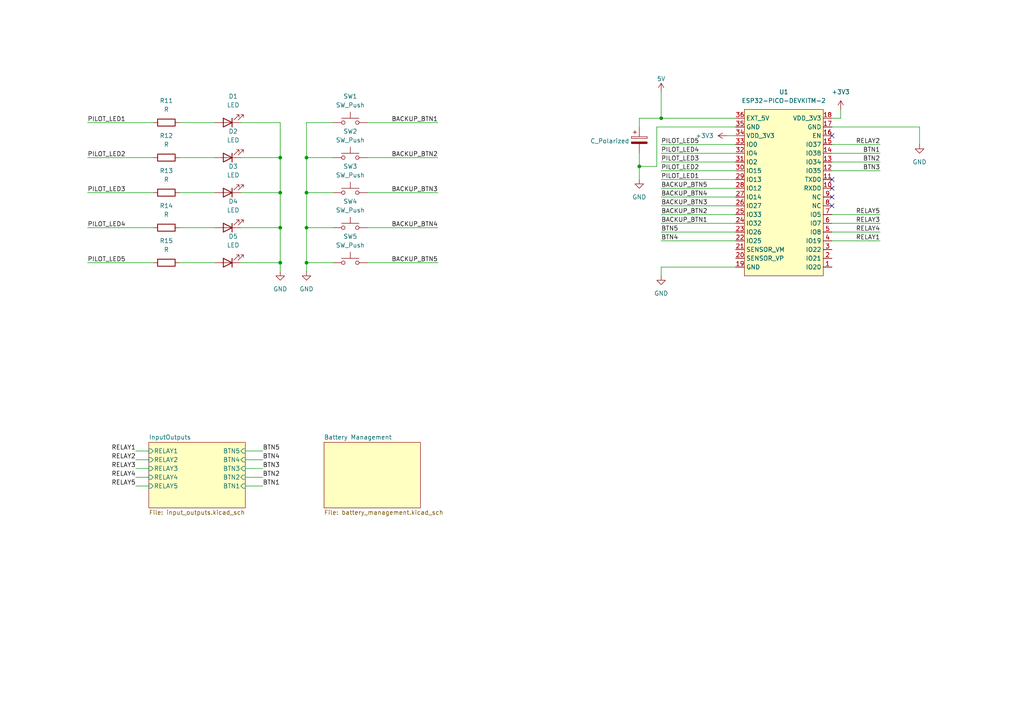
<source format=kicad_sch>
(kicad_sch (version 20250114) (generator "eeschema") (generator_version "9.0")
  (paper "A4")
  (title_block (title "AT-HUB-Recharged") (rev "Rev.2"))
  (lib_symbols
    (symbol "AT_HUB_R2:ESP32-PICO-DEVKITM-2"
      (property "Reference" "U" (at 0 16.002 0))
      (property "Value" "ESP32-PICO-DEVKITM-2" (at 0 12.192 0))
      (symbol "ESP32-PICO-DEVKITM-2_1_1"
        (rectangle (start -11.43 10.16) (end 11.43 -38.1) (fill (type background)))
        (pin input line (at -13.97 7.62 0) (length 2.54) (name "IO20") (number "1"))
        (pin input line (at -13.97 5.08 0) (length 2.54) (name "IO21") (number "2"))
        (pin input line (at -13.97 2.54 0) (length 2.54) (name "IO22") (number "3"))
        (pin input line (at -13.97 0 0) (length 2.54) (name "IO19") (number "4"))
        (pin input line (at -13.97 -2.54 0) (length 2.54) (name "IO8") (number "5"))
        (pin input line (at -13.97 -5.08 0) (length 2.54) (name "IO7") (number "6"))
        (pin input line (at -13.97 -7.62 0) (length 2.54) (name "IO5") (number "7"))
        (pin input line (at -13.97 -10.16 0) (length 2.54) (name "NC") (number "8"))
        (pin input line (at -13.97 -12.7 0) (length 2.54) (name "NC") (number "9"))
        (pin input line (at -13.97 -15.24 0) (length 2.54) (name "RXD0") (number "10"))
        (pin input line (at -13.97 -17.78 0) (length 2.54) (name "TXD0") (number "11"))
        (pin input line (at -13.97 -20.32 0) (length 2.54) (name "IO35") (number "12"))
        (pin input line (at -13.97 -22.86 0) (length 2.54) (name "IO34") (number "13"))
        (pin input line (at -13.97 -25.4 0) (length 2.54) (name "IO38") (number "14"))
        (pin input line (at -13.97 -27.94 0) (length 2.54) (name "IO37") (number "15"))
        (pin input line (at -13.97 -30.48 0) (length 2.54) (name "EN") (number "16"))
        (pin input line (at -13.97 -33.02 0) (length 2.54) (name "GND") (number "17"))
        (pin input line (at -13.97 -35.56 0) (length 2.54) (name "VDD_3V3") (number "18"))
        (pin input line (at 13.97 7.62 180) (length 2.54) (name "GND") (number "19"))
        (pin input line (at 13.97 5.08 180) (length 2.54) (name "SENSOR_VP") (number "20"))
        (pin input line (at 13.97 2.54 180) (length 2.54) (name "SENSOR_VM") (number "21"))
        (pin input line (at 13.97 0 180) (length 2.54) (name "IO25") (number "22"))
        (pin input line (at 13.97 -2.54 180) (length 2.54) (name "IO26") (number "23"))
        (pin input line (at 13.97 -5.08 180) (length 2.54) (name "IO32") (number "24"))
        (pin input line (at 13.97 -7.62 180) (length 2.54) (name "IO33") (number "25"))
        (pin input line (at 13.97 -10.16 180) (length 2.54) (name "IO27") (number "26"))
        (pin input line (at 13.97 -12.7 180) (length 2.54) (name "IO14") (number "27"))
        (pin input line (at 13.97 -15.24 180) (length 2.54) (name "IO12") (number "28"))
        (pin input line (at 13.97 -17.78 180) (length 2.54) (name "IO13") (number "29"))
        (pin input line (at 13.97 -20.32 180) (length 2.54) (name "IO15") (number "30"))
        (pin input line (at 13.97 -22.86 180) (length 2.54) (name "IO2") (number "31"))
        (pin input line (at 13.97 -25.4 180) (length 2.54) (name "IO4") (number "32"))
        (pin input line (at 13.97 -27.94 180) (length 2.54) (name "IO0") (number "33"))
        (pin input line (at 13.97 -30.48 180) (length 2.54) (name "VDD_3V3") (number "34"))
        (pin input line (at 13.97 -33.02 180) (length 2.54) (name "GND") (number "35"))
        (pin input line (at 13.97 -35.56 180) (length 2.54) (name "EXT_5V") (number "36"))
      )
    )
    (symbol "AT_HUB_RECHARGED-altium-import:root_0_SSW-118-01-X-S_SSW-118-01-X-S.IntLib"
      (symbol "root_0_SSW-118-01-X-S_SSW-118-01-X-S.IntLib_1_0"
        (rectangle (start 5.08 22.86) (end -5.08 -25.4) (stroke (width 0) (color 128 0 0 1)) (fill (type background)))
        (pin passive line (at -10.16 20.32 0) (length 5.08) (name "GND") (number "GND"))
        (pin passive line (at -10.16 17.78 0) (length 5.08) (name "36") (number "36"))
        (pin passive line (at -10.16 15.24 0) (length 5.08) (name "39") (number "39"))
        (pin passive line (at -10.16 12.7 0) (length 5.08) (name "25") (number "25"))
        (pin passive line (at -10.16 10.16 0) (length 5.08) (name "26") (number "26"))
        (pin passive line (at -10.16 7.62 0) (length 5.08) (name "32") (number "32"))
        (pin passive line (at -10.16 5.08 0) (length 5.08) (name "33") (number "33"))
        (pin passive line (at -10.16 2.54 0) (length 5.08) (name "27") (number "27"))
        (pin passive line (at -10.16 0 0) (length 5.08) (name "14") (number "14"))
        (pin passive line (at -10.16 -2.54 0) (length 5.08) (name "12") (number "12"))
        (pin passive line (at -10.16 -5.08 0) (length 5.08) (name "13") (number "13"))
        (pin passive line (at -10.16 -7.62 0) (length 5.08) (name "15") (number "15"))
        (pin passive line (at -10.16 -10.16 0) (length 5.08) (name "2") (number "2"))
        (pin passive line (at -10.16 -12.7 0) (length 5.08) (name "4") (number "4"))
        (pin passive line (at -10.16 -15.24 0) (length 5.08) (name "0") (number "0"))
        (pin passive line (at -10.16 -17.78 0) (length 5.08) (name "3V+") (number "3V+"))
        (pin passive line (at -10.16 -20.32 0) (length 5.08) (name "GND") (number "GND"))
        (pin passive line (at -10.16 -22.86 0) (length 5.08) (name "VIN") (number "VIN"))
      )
    )
    (symbol "AT_HUB_RECHARGED-altium-import:root_0_mirrored_SSW-118-01-X-S_SSW-118-01-X-S.IntLib"
      (symbol "root_0_mirrored_SSW-118-01-X-S_SSW-118-01-X-S.IntLib_1_0"
        (rectangle (start 5.08 22.86) (end -5.08 -25.4) (stroke (width 0) (color 128 0 0 1)) (fill (type background)))
        (pin passive line (at 10.16 20.32 180) (length 5.08) (name "20") (number "20"))
        (pin passive line (at 10.16 17.78 180) (length 5.08) (name "21") (number "21"))
        (pin passive line (at 10.16 15.24 180) (length 5.08) (name "22") (number "22"))
        (pin passive line (at 10.16 12.7 180) (length 5.08) (name "19") (number "19"))
        (pin passive line (at 10.16 10.16 180) (length 5.08) (name "8") (number "8"))
        (pin passive line (at 10.16 7.62 180) (length 5.08) (name "7") (number "7"))
        (pin passive line (at 10.16 5.08 180) (length 5.08) (name "5") (number "5"))
        (pin passive line (at 10.16 2.54 180) (length 5.08) (name "NC") (number "NC"))
        (pin passive line (at 10.16 0 180) (length 5.08) (name "NC") (number "NC"))
        (pin passive line (at 10.16 -2.54 180) (length 5.08) (name "3") (number "3"))
        (pin passive line (at 10.16 -5.08 180) (length 5.08) (name "1") (number "1"))
        (pin passive line (at 10.16 -7.62 180) (length 5.08) (name "35") (number "35"))
        (pin passive line (at 10.16 -10.16 180) (length 5.08) (name "34") (number "34"))
        (pin passive line (at 10.16 -12.7 180) (length 5.08) (name "38") (number "38"))
        (pin passive line (at 10.16 -15.24 180) (length 5.08) (name "37") (number "37"))
        (pin passive line (at 10.16 -17.78 180) (length 5.08) (name "EN") (number "EN"))
        (pin passive line (at 10.16 -20.32 180) (length 5.08) (name "GND") (number "GND"))
        (pin passive line (at 10.16 -22.86 180) (length 5.08) (name "3V+") (number "3V+"))
      )
    )
    (symbol "Device:C_Polarized" (pin_numbers (hide yes)) (pin_names (offset 0.254))
      (property "Reference" "C" (at 0.635 2.54 0))
      (property "Value" "C_Polarized" (at 0.635 -2.54 0))
      (symbol "C_Polarized_0_1"
        (rectangle (start -2.286 0.508) (end 2.286 1.016))
        (polyline (pts (xy -1.778 2.286) (xy -0.762 2.286)))
        (polyline (pts (xy -1.27 2.794) (xy -1.27 1.778)))
        (rectangle (start 2.286 -0.508) (end -2.286 -1.016) (fill (type outline)))
      )
      (symbol "C_Polarized_1_1"
        (pin passive line (at 0 3.81 270) (length 2.794) (name "~") (number "1"))
        (pin passive line (at 0 -3.81 90) (length 2.794) (name "~") (number "2"))
      )
    )
    (symbol "Device:R" (pin_numbers (hide yes)) (pin_names (offset 0))
      (property "Reference" "R" (at 2.032 0 90))
      (property "Value" "R" (at 0 0 90))
      (symbol "R_0_1"
        (rectangle (start -1.016 -2.54) (end 1.016 2.54) (stroke (width 0.254)))
      )
      (symbol "R_1_1"
        (pin passive line (at 0 3.81 270) (length 1.27) (name "~") (number "1"))
        (pin passive line (at 0 -3.81 90) (length 1.27) (name "~") (number "2"))
      )
    )
    (symbol "SparkFun-LED:LED" (pin_numbers (hide yes)) (pin_names (offset 1.016) (hide yes))
      (property "Reference" "D" (at 0 2.54 0))
      (property "Value" "LED" (at 0 -2.54 0))
      (symbol "LED_0_1"
        (polyline (pts (xy -3.048 -0.762) (xy -4.572 -2.286) (xy -3.81 -2.286) (xy -4.572 -2.286) (xy -4.572 -1.524)))
        (polyline (pts (xy -1.778 -0.762) (xy -3.302 -2.286) (xy -2.54 -2.286) (xy -3.302 -2.286) (xy -3.302 -1.524)))
        (polyline (pts (xy -1.27 0) (xy 1.27 0)))
        (polyline (pts (xy -1.27 -1.27) (xy -1.27 1.27)) (stroke (width 0.254)))
        (polyline (pts (xy 1.27 -1.27) (xy 1.27 1.27) (xy -1.27 0) (xy 1.27 -1.27)) (stroke (width 0.254)))
      )
      (symbol "LED_1_1"
        (pin passive line (at -3.81 0 0) (length 2.54) (name "K") (number "1"))
        (pin passive line (at 3.81 0 180) (length 2.54) (name "A") (number "2"))
      )
    )
    (symbol "SparkFun-PowerSymbol:5V" (power) (pin_names (offset 0))
      (property "Value" "5V" (at 0 3.81 0))
      (symbol "5V_0_1"
        (polyline (pts (xy -0.762 1.27) (xy 0 2.54)))
        (polyline (pts (xy 0 2.54) (xy 0.762 1.27)))
        (polyline (pts (xy 0 0) (xy 0 2.54)))
      )
      (symbol "5V_1_1"
        (pin power_in line (at 0 0 90) (length 0) (hide yes) (name "5V") (number "1"))
      )
    )
    (symbol "Switch:SW_Push" (pin_numbers (hide yes)) (pin_names (offset 1.016) (hide yes))
      (property "Reference" "SW" (at 1.27 2.54 0))
      (property "Value" "SW_Push" (at 0 -1.524 0))
      (symbol "SW_Push_0_1"
        (circle (center -2.032 0) (radius 0.508))
        (polyline (pts (xy 0 1.27) (xy 0 3.048)))
        (circle (center 2.032 0) (radius 0.508))
        (polyline (pts (xy 2.54 1.27) (xy -2.54 1.27)))
        (pin passive line (at -5.08 0 0) (length 2.54) (name "1") (number "1"))
        (pin passive line (at 5.08 0 180) (length 2.54) (name "2") (number "2"))
      )
    )
    (symbol "power:+3V3" (power) (pin_numbers (hide yes)) (pin_names (offset 0) (hide yes))
      (property "Value" "+3V3" (at 0 3.556 0))
      (symbol "+3V3_0_1"
        (polyline (pts (xy -0.762 1.27) (xy 0 2.54)))
        (polyline (pts (xy 0 2.54) (xy 0.762 1.27)))
        (polyline (pts (xy 0 0) (xy 0 2.54)))
      )
      (symbol "+3V3_1_1"
        (pin power_in line (at 0 0 90) (length 0) (name "~") (number "1"))
      )
    )
    (symbol "power:GND" (power) (pin_numbers (hide yes)) (pin_names (offset 0) (hide yes))
      (property "Value" "GND" (at 0 -3.81 0))
      (symbol "GND_0_1"
        (polyline (pts (xy 0 0) (xy 0 -1.27) (xy 1.27 -1.27) (xy 0 -2.54) (xy -1.27 -1.27) (xy 0 -1.27)))
      )
      (symbol "GND_1_1"
        (pin power_in line (at 0 0 270) (length 0) (name "~") (number "1"))
      )
    )
  )
  (junction (at 88.9 55.88))
  (junction (at 88.9 45.72))
  (junction (at 81.28 76.2))
  (junction (at 81.28 66.04))
  (junction (at 81.28 55.88))
  (junction (at 191.77 34.29))
  (junction (at 81.28 45.72))
  (junction (at 88.9 66.04))
  (junction (at 185.42 48.26))
  (junction (at 88.9 76.2))
  (no_connect (at 241.3 54.61))
  (no_connect (at 241.3 39.37))
  (no_connect (at 241.3 59.69))
  (no_connect (at 241.3 57.15))
  (no_connect (at 241.3 52.07))
  (wire (pts (xy 213.36 64.77) (xy 191.77 64.77)))
  (wire (pts (xy 185.42 48.26) (xy 190.5 48.26)))
  (wire (pts (xy 255.27 46.99) (xy 241.3 46.99)))
  (wire (pts (xy 191.77 69.85) (xy 213.36 69.85)))
  (wire (pts (xy 191.77 34.29) (xy 213.36 34.29)))
  (wire (pts (xy 88.9 66.04) (xy 96.52 66.04)))
  (wire (pts (xy 255.27 69.85) (xy 241.3 69.85)))
  (wire (pts (xy 81.28 66.04) (xy 81.28 76.2)))
  (wire (pts (xy 69.85 35.56) (xy 81.28 35.56)))
  (wire (pts (xy 255.27 64.77) (xy 241.3 64.77)))
  (wire (pts (xy 52.07 76.2) (xy 62.23 76.2)))
  (wire (pts (xy 213.36 46.99) (xy 191.77 46.99)))
  (wire (pts (xy 243.84 34.29) (xy 241.3 34.29)))
  (wire (pts (xy 81.28 35.56) (xy 81.28 45.72)))
  (wire (pts (xy 255.27 62.23) (xy 241.3 62.23)))
  (wire (pts (xy 39.37 130.81) (xy 43.18 130.81)))
  (wire (pts (xy 185.42 44.45) (xy 185.42 48.26)))
  (wire (pts (xy 76.2 135.89) (xy 71.12 135.89)))
  (wire (pts (xy 81.28 76.2) (xy 81.28 78.74)))
  (wire (pts (xy 106.68 45.72) (xy 127 45.72)))
  (wire (pts (xy 213.36 67.31) (xy 191.77 67.31)))
  (wire (pts (xy 106.68 55.88) (xy 127 55.88)))
  (wire (pts (xy 213.36 52.07) (xy 191.77 52.07)))
  (wire (pts (xy 213.36 62.23) (xy 191.77 62.23)))
  (wire (pts (xy 255.27 41.91) (xy 241.3 41.91)))
  (wire (pts (xy 88.9 55.88) (xy 88.9 45.72)))
  (wire (pts (xy 266.7 41.91) (xy 266.7 36.83)))
  (wire (pts (xy 88.9 76.2) (xy 88.9 66.04)))
  (wire (pts (xy 191.77 54.61) (xy 213.36 54.61)))
  (wire (pts (xy 255.27 44.45) (xy 241.3 44.45)))
  (wire (pts (xy 88.9 55.88) (xy 96.52 55.88)))
  (wire (pts (xy 25.4 35.56) (xy 44.45 35.56)))
  (wire (pts (xy 213.36 41.91) (xy 191.77 41.91)))
  (wire (pts (xy 241.3 36.83) (xy 266.7 36.83)))
  (wire (pts (xy 210.82 39.37) (xy 213.36 39.37)))
  (wire (pts (xy 88.9 66.04) (xy 88.9 55.88)))
  (wire (pts (xy 52.07 45.72) (xy 62.23 45.72)))
  (wire (pts (xy 106.68 66.04) (xy 127 66.04)))
  (wire (pts (xy 106.68 76.2) (xy 127 76.2)))
  (wire (pts (xy 191.77 44.45) (xy 213.36 44.45)))
  (wire (pts (xy 191.77 49.53) (xy 213.36 49.53)))
  (wire (pts (xy 76.2 138.43) (xy 71.12 138.43)))
  (wire (pts (xy 191.77 59.69) (xy 213.36 59.69)))
  (wire (pts (xy 81.28 45.72) (xy 81.28 55.88)))
  (wire (pts (xy 185.42 34.29) (xy 185.42 36.83)))
  (wire (pts (xy 185.42 48.26) (xy 185.42 52.07)))
  (wire (pts (xy 69.85 76.2) (xy 81.28 76.2)))
  (wire (pts (xy 191.77 77.47) (xy 213.36 77.47)))
  (wire (pts (xy 25.4 45.72) (xy 44.45 45.72)))
  (wire (pts (xy 39.37 135.89) (xy 43.18 135.89)))
  (wire (pts (xy 88.9 76.2) (xy 96.52 76.2)))
  (wire (pts (xy 88.9 35.56) (xy 96.52 35.56)))
  (wire (pts (xy 190.5 36.83) (xy 213.36 36.83)))
  (wire (pts (xy 39.37 140.97) (xy 43.18 140.97)))
  (wire (pts (xy 255.27 49.53) (xy 241.3 49.53)))
  (wire (pts (xy 39.37 138.43) (xy 43.18 138.43)))
  (wire (pts (xy 81.28 55.88) (xy 81.28 66.04)))
  (wire (pts (xy 52.07 35.56) (xy 62.23 35.56)))
  (wire (pts (xy 191.77 80.01) (xy 191.77 77.47)))
  (wire (pts (xy 25.4 66.04) (xy 44.45 66.04)))
  (wire (pts (xy 88.9 45.72) (xy 96.52 45.72)))
  (wire (pts (xy 69.85 45.72) (xy 81.28 45.72)))
  (wire (pts (xy 243.84 31.75) (xy 243.84 34.29)))
  (wire (pts (xy 88.9 78.74) (xy 88.9 76.2)))
  (wire (pts (xy 76.2 130.81) (xy 71.12 130.81)))
  (wire (pts (xy 69.85 66.04) (xy 81.28 66.04)))
  (wire (pts (xy 25.4 55.88) (xy 44.45 55.88)))
  (wire (pts (xy 69.85 55.88) (xy 81.28 55.88)))
  (wire (pts (xy 106.68 35.56) (xy 127 35.56)))
  (wire (pts (xy 191.77 26.67) (xy 191.77 34.29)))
  (wire (pts (xy 190.5 48.26) (xy 190.5 36.83)))
  (wire (pts (xy 39.37 133.35) (xy 43.18 133.35)))
  (wire (pts (xy 213.36 57.15) (xy 191.77 57.15)))
  (wire (pts (xy 76.2 140.97) (xy 71.12 140.97)))
  (wire (pts (xy 52.07 66.04) (xy 62.23 66.04)))
  (wire (pts (xy 185.42 34.29) (xy 191.77 34.29)))
  (wire (pts (xy 255.27 67.31) (xy 241.3 67.31)))
  (wire (pts (xy 76.2 133.35) (xy 71.12 133.35)))
  (wire (pts (xy 52.07 55.88) (xy 62.23 55.88)))
  (wire (pts (xy 25.4 76.2) (xy 44.45 76.2)))
  (wire (pts (xy 88.9 45.72) (xy 88.9 35.56)))
  (label "BACKUP_BTN3" (at 191.77 59.69 0))
  (label "BTN2" (at 255.27 46.99 180))
  (label "BACKUP_BTN1" (at 191.77 64.77 0))
  (label "BTN4" (at 191.77 69.85 0))
  (label "RELAY1" (at 255.27 69.85 180))
  (label "BACKUP_BTN1" (at 127 35.56 180))
  (label "BTN5" (at 76.2 130.81 0))
  (label "PILOT_LED4" (at 191.77 44.45 0))
  (label "BACKUP_BTN5" (at 191.77 54.61 0))
  (label "BACKUP_BTN5" (at 127 76.2 180))
  (label "PILOT_LED1" (at 191.77 52.07 0))
  (label "BTN1" (at 76.2 140.97 0))
  (label "PILOT_LED2" (at 25.4 45.72 0))
  (label "BTN5" (at 191.77 67.31 0))
  (label "PILOT_LED3" (at 25.4 55.88 0))
  (label "BTN3" (at 76.2 135.89 0))
  (label "PILOT_LED3" (at 191.77 46.99 0))
  (label "PILOT_LED2" (at 191.77 49.53 0))
  (label "RELAY4" (at 39.37 138.43 180))
  (label "PILOT_LED1" (at 25.4 35.56 0))
  (label "BTN3" (at 255.27 49.53 180))
  (label "PILOT_LED5" (at 191.77 41.91 0))
  (label "RELAY2" (at 255.27 41.91 180))
  (label "BACKUP_BTN2" (at 127 45.72 180))
  (label "PILOT_LED4" (at 25.4 66.04 0))
  (label "BACKUP_BTN2" (at 191.77 62.23 0))
  (label "RELAY3" (at 255.27 64.77 180))
  (label "RELAY4" (at 255.27 67.31 180))
  (label "RELAY1" (at 39.37 130.81 180))
  (label "BTN4" (at 76.2 133.35 0))
  (label "RELAY5" (at 39.37 140.97 180))
  (label "RELAY5" (at 255.27 62.23 180))
  (label "RELAY2" (at 39.37 133.35 180))
  (label "RELAY3" (at 39.37 135.89 180))
  (label "BACKUP_BTN3" (at 127 55.88 180))
  (label "BACKUP_BTN4" (at 191.77 57.15 0))
  (label "BACKUP_BTN4" (at 127 66.04 180))
  (label "BTN2" (at 76.2 138.43 0))
  (label "PILOT_LED5" (at 25.4 76.2 0))
  (label "BTN1" (at 255.27 44.45 180))
  (symbol (lib_id "Switch:SW_Push") (at 101.6 66.04 0) (unit 1)
    (property "Reference" "SW4" (at 101.6 58.42 0))
    (property "Value" "SW_Push" (at 101.6 60.96 0))
    (property "Description" "Push button switch, generic, two pins" (effects (hide yes)))
  )
  (symbol (lib_id "SparkFun-LED:LED") (at 66.04 76.2 180) (unit 1)
    (property "Reference" "D5" (at 67.6275 68.58 0))
    (property "Value" "LED" (at 67.6275 71.12 0))
    (property "Footprint" "SparkFun-LED:LED_0603_1608Metric" (effects (hide yes)))
    (property "Description" "Light emitting diode" (effects (hide yes)))
    (property "PROD_ID" "LED-" (effects (hide yes)))
  )
  (symbol (lib_id "SparkFun-PowerSymbol:5V") (at 191.77 26.67 0) (unit 1)
    (property "Reference" "#PWR07" (effects (hide yes)))
    (property "Value" "5V" (at 191.77 22.86 0))
    (property "Description" "Power symbol creates a global label with name \"5V\"" (effects (hide yes)))
  )
  (symbol (lib_id "Device:R") (at 48.26 66.04 90) (unit 1)
    (property "Reference" "R14" (at 48.26 59.69 90))
    (property "Value" "R" (at 48.26 62.23 90))
    (property "Description" "Resistor" (effects (hide yes)))
  )
  (symbol (lib_id "AT_HUB_R2:ESP32-PICO-DEVKITM-2") (at 227.33 69.85 180) (unit 1)
    (property "Reference" "U1" (at 227.33 26.67 0))
    (property "Value" "ESP32-PICO-DEVKITM-2" (at 227.33 29.21 0))
    (property "Footprint" "AT_HUB_R2:XCVR_ESP32-PICO-KIT-V4.1" (effects (hide yes)))
    (property "Datasheet" "https://docs.espressif.com/projects/esp-dev-kits/en/latest/esp32/esp32-pico-devkitm-2/user_guide.html#contents-and-packaging" (effects (hide yes)))
  )
  (symbol (lib_id "power:+3V3") (at 210.82 39.37 90) (unit 1)
    (property "Reference" "#PWR012" (effects (hide yes)))
    (property "Value" "+3V3" (at 207.01 39.3699 90) (effects (justify left)))
    (property "Description" "Power symbol creates a global label with name \"+3V3\"" (effects (hide yes)))
  )
  (symbol (lib_id "Device:R") (at 48.26 35.56 90) (unit 1)
    (property "Reference" "R11" (at 48.26 29.21 90))
    (property "Value" "R" (at 48.26 31.75 90))
    (property "Description" "Resistor" (effects (hide yes)))
  )
  (symbol (lib_id "SparkFun-LED:LED") (at 66.04 66.04 180) (unit 1)
    (property "Reference" "D4" (at 67.6275 58.42 0))
    (property "Value" "LED" (at 67.6275 60.96 0))
    (property "Footprint" "SparkFun-LED:LED_0603_1608Metric" (effects (hide yes)))
    (property "Description" "Light emitting diode" (effects (hide yes)))
    (property "PROD_ID" "LED-" (effects (hide yes)))
  )
  (symbol (lib_id "Switch:SW_Push") (at 101.6 45.72 0) (unit 1)
    (property "Reference" "SW2" (at 101.6 38.1 0))
    (property "Value" "SW_Push" (at 101.6 40.64 0))
    (property "Description" "Push button switch, generic, two pins" (effects (hide yes)))
  )
  (symbol (lib_id "Device:R") (at 48.26 76.2 90) (unit 1)
    (property "Reference" "R15" (at 48.26 69.85 90))
    (property "Value" "R" (at 48.26 72.39 90))
    (property "Description" "Resistor" (effects (hide yes)))
  )
  (symbol (lib_id "power:GND") (at 88.9 78.74 0) (unit 1)
    (property "Reference" "#PWR014" (effects (hide yes)))
    (property "Value" "GND" (at 88.9 83.82 0))
    (property "Description" "Power symbol creates a global label with name \"GND\" , ground" (effects (hide yes)))
  )
  (symbol (lib_id "Device:C_Polarized") (at 185.42 40.64 0) (unit 1)
    (property "Reference" "C3" (effects (hide yes)))
    (property "Value" "C_Polarized" (at 171.196 40.894 0) (effects (justify left)))
    (property "Description" "Polarized capacitor" (effects (hide yes)))
  )
  (symbol (lib_id "SparkFun-LED:LED") (at 66.04 45.72 180) (unit 1)
    (property "Reference" "D2" (at 67.6275 38.1 0))
    (property "Value" "LED" (at 67.6275 40.64 0))
    (property "Footprint" "SparkFun-LED:LED_0603_1608Metric" (effects (hide yes)))
    (property "Description" "Light emitting diode" (effects (hide yes)))
    (property "PROD_ID" "LED-" (effects (hide yes)))
  )
  (symbol (lib_id "SparkFun-LED:LED") (at 66.04 55.88 180) (unit 1)
    (property "Reference" "D3" (at 67.6275 48.26 0))
    (property "Value" "LED" (at 67.6275 50.8 0))
    (property "Footprint" "SparkFun-LED:LED_0603_1608Metric" (effects (hide yes)))
    (property "Description" "Light emitting diode" (effects (hide yes)))
    (property "PROD_ID" "LED-" (effects (hide yes)))
  )
  (symbol (lib_id "Switch:SW_Push") (at 101.6 35.56 0) (unit 1)
    (property "Reference" "SW1" (at 101.6 27.94 0))
    (property "Value" "SW_Push" (at 101.6 30.48 0))
    (property "Description" "Push button switch, generic, two pins" (effects (hide yes)))
  )
  (symbol (lib_id "Device:R") (at 48.26 45.72 90) (unit 1)
    (property "Reference" "R12" (at 48.26 39.37 90))
    (property "Value" "R" (at 48.26 41.91 90))
    (property "Description" "Resistor" (effects (hide yes)))
  )
  (symbol (lib_id "power:GND") (at 191.77 80.01 0) (unit 1)
    (property "Reference" "#PWR010" (effects (hide yes)))
    (property "Value" "GND" (at 191.77 85.09 0))
    (property "Description" "Power symbol creates a global label with name \"GND\" , ground" (effects (hide yes)))
  )
  (symbol (lib_id "SparkFun-LED:LED") (at 66.04 35.56 180) (unit 1)
    (property "Reference" "D1" (at 67.6275 27.94 0))
    (property "Value" "LED" (at 67.6275 30.48 0))
    (property "Footprint" "SparkFun-LED:LED_0603_1608Metric" (effects (hide yes)))
    (property "Description" "Light emitting diode" (effects (hide yes)))
    (property "PROD_ID" "LED-" (effects (hide yes)))
  )
  (symbol (lib_id "power:GND") (at 266.7 41.91 0) (unit 1)
    (property "Reference" "#PWR09" (effects (hide yes)))
    (property "Value" "GND" (at 266.7 46.99 0))
    (property "Description" "Power symbol creates a global label with name \"GND\" , ground" (effects (hide yes)))
  )
  (symbol (lib_id "Switch:SW_Push") (at 101.6 76.2 0) (unit 1)
    (property "Reference" "SW5" (at 101.6 68.58 0))
    (property "Value" "SW_Push" (at 101.6 71.12 0))
    (property "Description" "Push button switch, generic, two pins" (effects (hide yes)))
  )
  (symbol (lib_id "power:GND") (at 81.28 78.74 0) (unit 1)
    (property "Reference" "#PWR013" (effects (hide yes)))
    (property "Value" "GND" (at 81.28 83.82 0))
    (property "Description" "Power symbol creates a global label with name \"GND\" , ground" (effects (hide yes)))
  )
  (symbol (lib_id "power:+3V3") (at 243.84 31.75 0) (unit 1)
    (property "Reference" "#PWR011" (effects (hide yes)))
    (property "Value" "+3V3" (at 243.84 26.67 0))
    (property "Description" "Power symbol creates a global label with name \"+3V3\"" (effects (hide yes)))
  )
  (symbol (lib_id "power:GND") (at 185.42 52.07 0) (unit 1)
    (property "Reference" "#PWR08" (effects (hide yes)))
    (property "Value" "GND" (at 185.42 57.15 0))
    (property "Description" "Power symbol creates a global label with name \"GND\" , ground" (effects (hide yes)))
  )
  (symbol (lib_id "Device:R") (at 48.26 55.88 90) (unit 1)
    (property "Reference" "R13" (at 48.26 49.53 90))
    (property "Value" "R" (at 48.26 52.07 90))
    (property "Description" "Resistor" (effects (hide yes)))
  )
  (symbol (lib_id "Switch:SW_Push") (at 101.6 55.88 0) (unit 1)
    (property "Reference" "SW3" (at 101.6 48.26 0))
    (property "Value" "SW_Push" (at 101.6 50.8 0))
    (property "Description" "Push button switch, generic, two pins" (effects (hide yes)))
  )
  (sheet (at 93.98 128.27) (size 27.94 19.05) (stroke (width 0.1524)) (fill (color 255 255 194 1.0000))
    (property "Sheetname" "Battery Management" (at 93.98 127.5584 0) (effects (justify left bottom)))
    (property "Sheetfile" "battery_management.kicad_sch" (at 93.98 147.9046 0) (effects (justify left top)))
  )
  (sheet (at 43.18 128.27) (size 27.94 19.05) (stroke (width 0.1524)) (fill (color 255 255 194 1.0000))
    (property "Sheetname" "InputOutputs" (at 43.18 127.5584 0) (effects (justify left bottom)))
    (property "Sheetfile" "input_outputs.kicad_sch" (at 43.18 147.9046 0) (effects (justify left top)))
    (pin "RELAY1" input (at 43.18 130.81 180))
    (pin "RELAY2" input (at 43.18 133.35 180))
    (pin "RELAY3" input (at 43.18 135.89 180))
    (pin "RELAY5" input (at 43.18 140.97 180))
    (pin "RELAY4" input (at 43.18 138.43 180))
    (pin "BTN4" input (at 71.12 133.35 0))
    (pin "BTN2" input (at 71.12 138.43 0))
    (pin "BTN3" input (at 71.12 135.89 0))
    (pin "BTN1" input (at 71.12 140.97 0))
    (pin "BTN5" input (at 71.12 130.81 0))
  )
)
</source>
